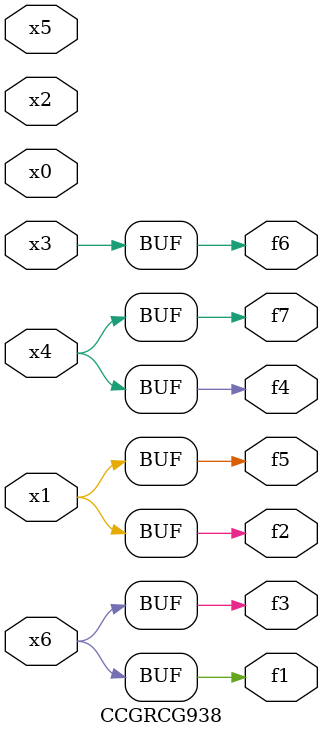
<source format=v>
module CCGRCG938(
	input x0, x1, x2, x3, x4, x5, x6,
	output f1, f2, f3, f4, f5, f6, f7
);
	assign f1 = x6;
	assign f2 = x1;
	assign f3 = x6;
	assign f4 = x4;
	assign f5 = x1;
	assign f6 = x3;
	assign f7 = x4;
endmodule

</source>
